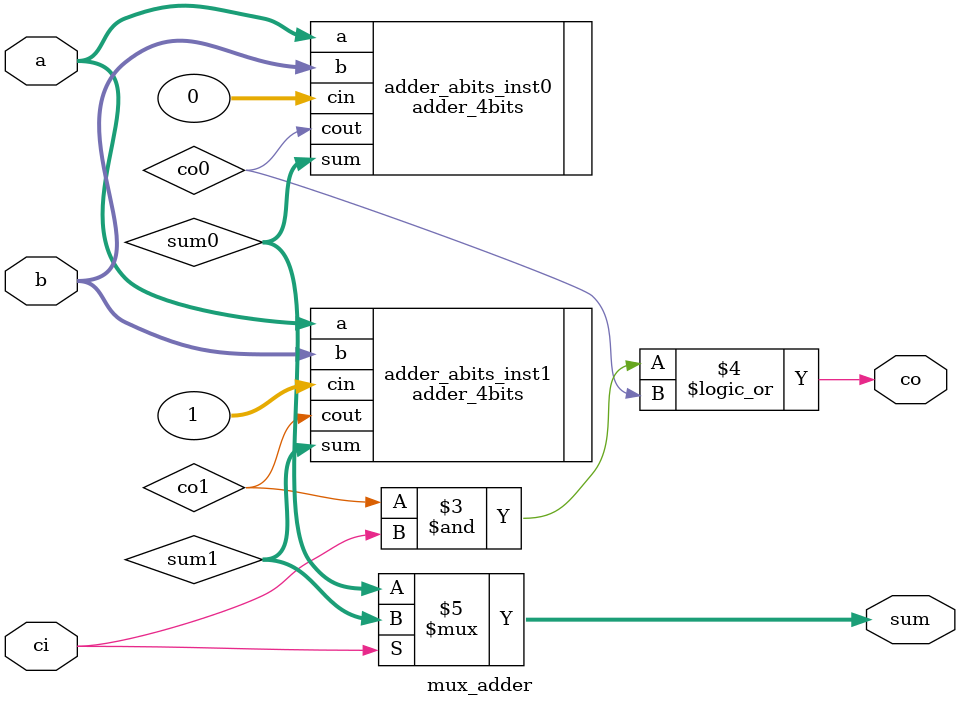
<source format=v>
module mux_adder(
a,b,ci,co,sum);

	input wire [3:0] a,b;
	input wire ci;
	output wire [3:0] sum;
	output wire co;
	
	wire [3:0] sum1,sum0;
	wire co1,co0;
	
	
	adder_4bits adder_abits_inst0(
	.a(a),.b(b),.cin(0),.sum(sum0),.cout(co0)
	);
	
	adder_4bits adder_abits_inst1(
	.a(a),.b(b),.cin(1),.sum(sum1),.cout(co1)
	);
	
	assign co=(co1&ci)||co0;
	
	//MUX_2TO1
	
	assign sum=ci?sum1:sum0;
	

endmodule
</source>
